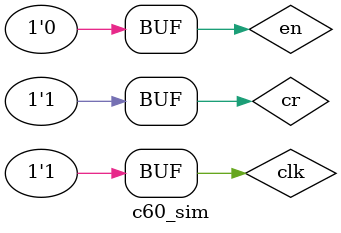
<source format=v>
`timescale 1ns / 1ps


module c60_sim;

	// Inputs
	reg clk;
	reg en;
	reg cr;

	// Outputs
	wire rco;
	wire [3:0] bcd_t;
	wire [3:0] bcd_u;

	// Instantiate the Unit Under Test (UUT)
	c60 uut (
		.clk(clk), 
		.en(en), 
		.cr(cr), 
		.rco(rco), 
		.bcd_t(bcd_t),
		.bcd_u(bcd_u)
	);
	parameter PERIOD =10;
	always begin
	clk=1'b0;
	#(PERIOD/2)clk=1'b1;
	#(PERIOD/2);
	end
	initial begin
		// Initialize Inputs
		clk = 0;
		en = 0;
		cr = 0;

		// Wait 100 ns for global reset to finish
		#100;
		en=1;
		cr=0;
		#100;
		cr=1;//Õý³£¼ÆÊý
      #100000;
		en=0;
        
		// Add stimulus here

	end
      
endmodule

</source>
